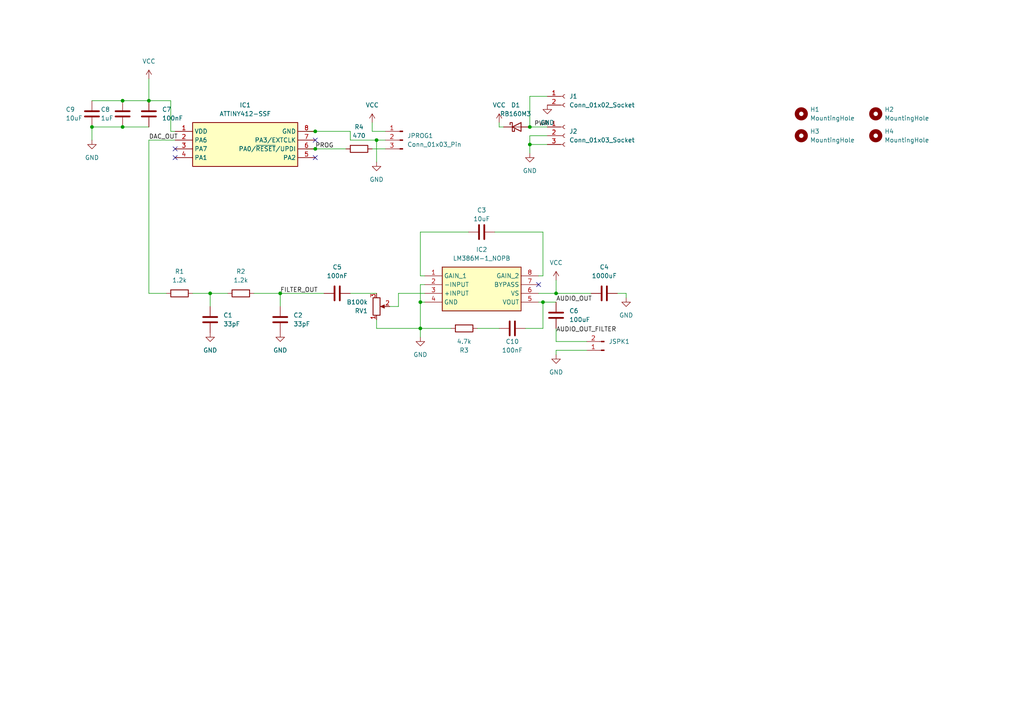
<source format=kicad_sch>
(kicad_sch (version 20230121) (generator eeschema)
  (paper "A4")
  (lib_symbols
    (symbol "ATTINY412-SSF:ATTINY412-SSF"
      (property "Reference" "IC" (at 36.83 7.62 0))
      (property "Value" "ATTINY412-SSF" (at 36.83 5.08 0))
      (symbol "ATTINY412-SSF_1_1"
        (rectangle (start 5.08 2.54) (end 35.56 -10.16) (stroke (width 0.254)) (fill (type background)))
        (pin passive line (at 0 0 0) (length 5.08) (name "VDD") (number "1"))
        (pin passive line (at 0 -2.54 0) (length 5.08) (name "PA6") (number "2"))
        (pin passive line (at 0 -5.08 0) (length 5.08) (name "PA7") (number "3"))
        (pin passive line (at 0 -7.62 0) (length 5.08) (name "PA1") (number "4"))
        (pin passive line (at 40.64 -7.62 180) (length 5.08) (name "PA2") (number "5"))
        (pin passive line (at 40.64 -5.08 180) (length 5.08) (name "PA0/~{RESET}/UPDI") (number "6"))
        (pin passive line (at 40.64 -2.54 180) (length 5.08) (name "PA3/EXTCLK") (number "7"))
        (pin passive line (at 40.64 0 180) (length 5.08) (name "GND") (number "8"))
      )
    )
    (symbol "Connector:Conn_01x02_Pin" (pin_names (offset 1.016) hide)
      (property "Reference" "J" (at 0 2.54 0))
      (property "Value" "Conn_01x02_Pin" (at 0 -5.08 0))
      (symbol "Conn_01x02_Pin_1_1"
        (polyline (pts (xy 1.27 -2.54) (xy 0.8636 -2.54)) (stroke (width 0.1524)))
        (polyline (pts (xy 1.27 0) (xy 0.8636 0)) (stroke (width 0.1524)))
        (rectangle (start 0.8636 -2.413) (end 0 -2.667) (stroke (width 0.1524)) (fill (type outline)))
        (rectangle (start 0.8636 0.127) (end 0 -0.127) (stroke (width 0.1524)) (fill (type outline)))
        (pin passive line (at 5.08 0 180) (length 3.81) (name "Pin_1") (number "1"))
        (pin passive line (at 5.08 -2.54 180) (length 3.81) (name "Pin_2") (number "2"))
      )
    )
    (symbol "Connector:Conn_01x02_Socket" (pin_names (offset 1.016) hide)
      (property "Reference" "J" (at 0 2.54 0))
      (property "Value" "Conn_01x02_Socket" (at 0 -5.08 0))
      (symbol "Conn_01x02_Socket_1_1"
        (arc (start 0 -2.032) (mid -0.5058 -2.54) (end 0 -3.048) (stroke (width 0.1524)))
        (polyline (pts (xy -1.27 -2.54) (xy -0.508 -2.54)) (stroke (width 0.1524)))
        (polyline (pts (xy -1.27 0) (xy -0.508 0)) (stroke (width 0.1524)))
        (arc (start 0 0.508) (mid -0.5058 0) (end 0 -0.508) (stroke (width 0.1524)))
        (pin passive line (at -5.08 0 0) (length 3.81) (name "Pin_1") (number "1"))
        (pin passive line (at -5.08 -2.54 0) (length 3.81) (name "Pin_2") (number "2"))
      )
    )
    (symbol "Connector:Conn_01x03_Pin" (pin_names (offset 1.016) hide)
      (property "Reference" "J" (at 0 5.08 0))
      (property "Value" "Conn_01x03_Pin" (at 0 -5.08 0))
      (symbol "Conn_01x03_Pin_1_1"
        (polyline (pts (xy 1.27 -2.54) (xy 0.8636 -2.54)) (stroke (width 0.1524)))
        (polyline (pts (xy 1.27 0) (xy 0.8636 0)) (stroke (width 0.1524)))
        (polyline (pts (xy 1.27 2.54) (xy 0.8636 2.54)) (stroke (width 0.1524)))
        (rectangle (start 0.8636 -2.413) (end 0 -2.667) (stroke (width 0.1524)) (fill (type outline)))
        (rectangle (start 0.8636 0.127) (end 0 -0.127) (stroke (width 0.1524)) (fill (type outline)))
        (rectangle (start 0.8636 2.667) (end 0 2.413) (stroke (width 0.1524)) (fill (type outline)))
        (pin passive line (at 5.08 2.54 180) (length 3.81) (name "Pin_1") (number "1"))
        (pin passive line (at 5.08 0 180) (length 3.81) (name "Pin_2") (number "2"))
        (pin passive line (at 5.08 -2.54 180) (length 3.81) (name "Pin_3") (number "3"))
      )
    )
    (symbol "Connector:Conn_01x03_Socket" (pin_names (offset 1.016) hide)
      (property "Reference" "J" (at 0 5.08 0))
      (property "Value" "Conn_01x03_Socket" (at 0 -5.08 0))
      (symbol "Conn_01x03_Socket_1_1"
        (arc (start 0 -2.032) (mid -0.5058 -2.54) (end 0 -3.048) (stroke (width 0.1524)))
        (polyline (pts (xy -1.27 -2.54) (xy -0.508 -2.54)) (stroke (width 0.1524)))
        (polyline (pts (xy -1.27 0) (xy -0.508 0)) (stroke (width 0.1524)))
        (polyline (pts (xy -1.27 2.54) (xy -0.508 2.54)) (stroke (width 0.1524)))
        (arc (start 0 0.508) (mid -0.5058 0) (end 0 -0.508) (stroke (width 0.1524)))
        (arc (start 0 3.048) (mid -0.5058 2.54) (end 0 2.032) (stroke (width 0.1524)))
        (pin passive line (at -5.08 2.54 0) (length 3.81) (name "Pin_1") (number "1"))
        (pin passive line (at -5.08 0 0) (length 3.81) (name "Pin_2") (number "2"))
        (pin passive line (at -5.08 -2.54 0) (length 3.81) (name "Pin_3") (number "3"))
      )
    )
    (symbol "Device:C" (pin_numbers hide) (pin_names (offset 0.254))
      (property "Reference" "C" (at 0.635 2.54 0))
      (property "Value" "C" (at 0.635 -2.54 0))
      (symbol "C_0_1"
        (polyline (pts (xy -2.032 -0.762) (xy 2.032 -0.762)) (stroke (width 0.508)))
        (polyline (pts (xy -2.032 0.762) (xy 2.032 0.762)) (stroke (width 0.508)))
      )
      (symbol "C_1_1"
        (pin passive line (at 0 3.81 270) (length 2.794) (name "~") (number "1"))
        (pin passive line (at 0 -3.81 90) (length 2.794) (name "~") (number "2"))
      )
    )
    (symbol "Device:D_Schottky" (pin_numbers hide) (pin_names (offset 1.016) hide)
      (property "Reference" "D" (at 0 2.54 0))
      (property "Value" "D_Schottky" (at 0 -2.54 0))
      (symbol "D_Schottky_0_1"
        (polyline (pts (xy 1.27 0) (xy -1.27 0)))
        (polyline (pts (xy 1.27 1.27) (xy 1.27 -1.27) (xy -1.27 0) (xy 1.27 1.27)) (stroke (width 0.254)))
        (polyline (pts (xy -1.905 0.635) (xy -1.905 1.27) (xy -1.27 1.27) (xy -1.27 -1.27) (xy -0.635 -1.27) (xy -0.635 -0.635)) (stroke (width 0.254)))
      )
      (symbol "D_Schottky_1_1"
        (pin passive line (at -3.81 0 0) (length 2.54) (name "K") (number "1"))
        (pin passive line (at 3.81 0 180) (length 2.54) (name "A") (number "2"))
      )
    )
    (symbol "Device:R" (pin_numbers hide) (pin_names (offset 0))
      (property "Reference" "R" (at 2.032 0 90))
      (property "Value" "R" (at 0 0 90))
      (symbol "R_0_1"
        (rectangle (start -1.016 -2.54) (end 1.016 2.54) (stroke (width 0.254)))
      )
      (symbol "R_1_1"
        (pin passive line (at 0 3.81 270) (length 1.27) (name "~") (number "1"))
        (pin passive line (at 0 -3.81 90) (length 1.27) (name "~") (number "2"))
      )
    )
    (symbol "Device:R_Potentiometer" (pin_names (offset 1.016) hide)
      (property "Reference" "RV" (at -4.445 0 90))
      (property "Value" "R_Potentiometer" (at -2.54 0 90))
      (symbol "R_Potentiometer_0_1"
        (polyline (pts (xy 2.54 0) (xy 1.524 0)))
        (polyline (pts (xy 1.143 0) (xy 2.286 0.508) (xy 2.286 -0.508) (xy 1.143 0)) (fill (type outline)))
        (rectangle (start 1.016 2.54) (end -1.016 -2.54) (stroke (width 0.254)))
      )
      (symbol "R_Potentiometer_1_1"
        (pin passive line (at 0 3.81 270) (length 1.27) (name "1") (number "1"))
        (pin passive line (at 3.81 0 180) (length 1.27) (name "2") (number "2"))
        (pin passive line (at 0 -3.81 90) (length 1.27) (name "3") (number "3"))
      )
    )
    (symbol "LM386M-1_NOPB:LM386M-1_NOPB"
      (property "Reference" "IC" (at 29.21 7.62 0))
      (property "Value" "LM386M-1_NOPB" (at 29.21 5.08 0))
      (symbol "LM386M-1_NOPB_1_1"
        (rectangle (start 5.08 2.54) (end 27.94 -10.16) (stroke (width 0.254)) (fill (type background)))
        (pin passive line (at 0 0 0) (length 5.08) (name "GAIN_1") (number "1"))
        (pin passive line (at 0 -2.54 0) (length 5.08) (name "-INPUT") (number "2"))
        (pin passive line (at 0 -5.08 0) (length 5.08) (name "+INPUT") (number "3"))
        (pin passive line (at 0 -7.62 0) (length 5.08) (name "GND") (number "4"))
        (pin passive line (at 33.02 -7.62 180) (length 5.08) (name "VOUT") (number "5"))
        (pin passive line (at 33.02 -5.08 180) (length 5.08) (name "VS") (number "6"))
        (pin passive line (at 33.02 -2.54 180) (length 5.08) (name "BYPASS") (number "7"))
        (pin passive line (at 33.02 0 180) (length 5.08) (name "GAIN_2") (number "8"))
      )
    )
    (symbol "Mechanical:MountingHole" (pin_names (offset 1.016))
      (property "Reference" "H" (at 0 5.08 0))
      (property "Value" "MountingHole" (at 0 3.175 0))
      (symbol "MountingHole_0_1"
        (circle (center 0 0) (radius 1.27) (stroke (width 1.27)))
      )
    )
    (symbol "power:GND" (power) (pin_names (offset 0))
      (property "Value" "GND" (at 0 -3.81 0))
      (symbol "GND_0_1"
        (polyline (pts (xy 0 0) (xy 0 -1.27) (xy 1.27 -1.27) (xy 0 -2.54) (xy -1.27 -1.27) (xy 0 -1.27)))
      )
      (symbol "GND_1_1"
        (pin power_in line (at 0 0 270) (length 0) hide (name "GND") (number "1"))
      )
    )
    (symbol "power:VCC" (power) (pin_names (offset 0))
      (property "Value" "VCC" (at 0 3.81 0))
      (symbol "VCC_0_1"
        (polyline (pts (xy -0.762 1.27) (xy 0 2.54)))
        (polyline (pts (xy 0 0) (xy 0 2.54)))
        (polyline (pts (xy 0 2.54) (xy 0.762 1.27)))
      )
      (symbol "VCC_1_1"
        (pin power_in line (at 0 0 90) (length 0) hide (name "VCC") (number "1"))
      )
    )
  )
  (junction (at 91.44 38.1))
  (junction (at 60.96 85.09))
  (junction (at 81.28 85.09))
  (junction (at 26.67 36.83))
  (junction (at 153.67 41.91))
  (junction (at 153.67 36.83))
  (junction (at 157.48 87.63))
  (junction (at 121.92 87.63))
  (junction (at 43.18 29.21))
  (junction (at 35.56 29.21))
  (junction (at 161.29 85.09))
  (junction (at 91.44 43.18))
  (junction (at 35.56 36.83))
  (junction (at 121.92 95.25))
  (junction (at 109.22 40.64))
  (no_connect (at 91.44 45.72))
  (no_connect (at 50.8 43.18))
  (no_connect (at 156.21 82.55))
  (no_connect (at 50.8 45.72))
  (no_connect (at 91.44 40.64))
  (wire (pts (xy 161.29 95.25) (xy 161.29 99.06)))
  (wire (pts (xy 43.18 40.64) (xy 43.18 85.09)))
  (wire (pts (xy 109.22 40.64) (xy 111.76 40.64)))
  (wire (pts (xy 157.48 80.01) (xy 156.21 80.01)))
  (wire (pts (xy 135.89 67.31) (xy 121.92 67.31)))
  (wire (pts (xy 153.67 36.83) (xy 153.67 27.94)))
  (wire (pts (xy 109.22 92.71) (xy 109.22 95.25)))
  (wire (pts (xy 43.18 29.21) (xy 49.53 29.21)))
  (wire (pts (xy 35.56 29.21) (xy 43.18 29.21)))
  (wire (pts (xy 153.67 27.94) (xy 158.75 27.94)))
  (wire (pts (xy 43.18 85.09) (xy 48.26 85.09)))
  (wire (pts (xy 161.29 81.28) (xy 161.29 85.09)))
  (wire (pts (xy 101.6 40.64) (xy 109.22 40.64)))
  (wire (pts (xy 107.95 35.56) (xy 107.95 38.1)))
  (wire (pts (xy 123.19 87.63) (xy 121.92 87.63)))
  (wire (pts (xy 121.92 80.01) (xy 123.19 80.01)))
  (wire (pts (xy 161.29 102.87) (xy 161.29 101.6)))
  (wire (pts (xy 115.57 88.9) (xy 115.57 85.09)))
  (wire (pts (xy 161.29 87.63) (xy 157.48 87.63)))
  (wire (pts (xy 35.56 36.83) (xy 43.18 36.83)))
  (wire (pts (xy 157.48 87.63) (xy 156.21 87.63)))
  (wire (pts (xy 111.76 38.1) (xy 107.95 38.1)))
  (wire (pts (xy 158.75 39.37) (xy 153.67 39.37)))
  (wire (pts (xy 121.92 87.63) (xy 121.92 95.25)))
  (wire (pts (xy 152.4 95.25) (xy 157.48 95.25)))
  (wire (pts (xy 60.96 85.09) (xy 60.96 88.9)))
  (wire (pts (xy 109.22 95.25) (xy 121.92 95.25)))
  (wire (pts (xy 161.29 99.06) (xy 170.18 99.06)))
  (wire (pts (xy 161.29 85.09) (xy 156.21 85.09)))
  (wire (pts (xy 101.6 85.09) (xy 109.22 85.09)))
  (wire (pts (xy 153.67 39.37) (xy 153.67 41.91)))
  (wire (pts (xy 107.95 43.18) (xy 111.76 43.18)))
  (wire (pts (xy 157.48 95.25) (xy 157.48 87.63)))
  (wire (pts (xy 60.96 85.09) (xy 66.04 85.09)))
  (wire (pts (xy 49.53 38.1) (xy 50.8 38.1)))
  (wire (pts (xy 88.9 38.1) (xy 91.44 38.1)))
  (wire (pts (xy 153.67 36.83) (xy 158.75 36.83)))
  (wire (pts (xy 121.92 95.25) (xy 121.92 97.79)))
  (wire (pts (xy 157.48 67.31) (xy 143.51 67.31)))
  (wire (pts (xy 179.07 85.09) (xy 181.61 85.09)))
  (wire (pts (xy 81.28 85.09) (xy 81.28 88.9)))
  (wire (pts (xy 101.6 38.1) (xy 101.6 40.64)))
  (wire (pts (xy 43.18 22.86) (xy 43.18 29.21)))
  (wire (pts (xy 115.57 85.09) (xy 123.19 85.09)))
  (wire (pts (xy 181.61 85.09) (xy 181.61 86.36)))
  (wire (pts (xy 49.53 38.1) (xy 49.53 29.21)))
  (wire (pts (xy 138.43 95.25) (xy 144.78 95.25)))
  (wire (pts (xy 123.19 82.55) (xy 121.92 82.55)))
  (wire (pts (xy 121.92 95.25) (xy 130.81 95.25)))
  (wire (pts (xy 144.78 36.83) (xy 144.78 35.56)))
  (wire (pts (xy 55.88 85.09) (xy 60.96 85.09)))
  (wire (pts (xy 153.67 41.91) (xy 158.75 41.91)))
  (wire (pts (xy 73.66 85.09) (xy 81.28 85.09)))
  (wire (pts (xy 91.44 43.18) (xy 100.33 43.18)))
  (wire (pts (xy 153.67 41.91) (xy 153.67 44.45)))
  (wire (pts (xy 109.22 40.64) (xy 109.22 46.99)))
  (wire (pts (xy 26.67 29.21) (xy 35.56 29.21)))
  (wire (pts (xy 146.05 36.83) (xy 144.78 36.83)))
  (wire (pts (xy 88.9 43.18) (xy 91.44 43.18)))
  (wire (pts (xy 161.29 101.6) (xy 170.18 101.6)))
  (wire (pts (xy 91.44 38.1) (xy 101.6 38.1)))
  (wire (pts (xy 26.67 36.83) (xy 26.67 40.64)))
  (wire (pts (xy 43.18 40.64) (xy 50.8 40.64)))
  (wire (pts (xy 113.03 88.9) (xy 115.57 88.9)))
  (wire (pts (xy 121.92 67.31) (xy 121.92 80.01)))
  (wire (pts (xy 26.67 36.83) (xy 35.56 36.83)))
  (wire (pts (xy 161.29 85.09) (xy 171.45 85.09)))
  (wire (pts (xy 121.92 82.55) (xy 121.92 87.63)))
  (wire (pts (xy 81.28 85.09) (xy 93.98 85.09)))
  (wire (pts (xy 157.48 80.01) (xy 157.48 67.31)))
  (label "PWR" (at 154.94 36.83 0))
  (label "AUDIO_OUT" (at 161.29 87.63 0))
  (label "FILTER_OUT" (at 81.28 85.09 0))
  (label "PROG" (at 91.44 43.18 0))
  (label "AUDIO_OUT_FILTER" (at 161.29 96.52 0))
  (label "DAC_OUT" (at 43.18 40.64 0))
  (symbol (lib_id "Connector:Conn_01x02_Socket") (at 163.83 27.94 0) (unit 1)
    (property "Reference" "J1" (at 165.1 27.94 0) (effects (justify left)))
    (property "Value" "Conn_01x02_Socket" (at 165.1 30.48 0) (effects (justify left)))
    (property "Footprint" "Connector_TE-Connectivity:TE_826576-2_1x02_P3.96mm_Vertical" (effects hide))
  )
  (symbol (lib_id "Device:C") (at 148.59 95.25 90) (unit 1)
    (property "Reference" "C10" (at 148.59 99.06 90))
    (property "Value" "100nF" (at 148.59 101.6 90))
    (property "Footprint" "Capacitor_SMD:C_0805_2012Metric_Pad1.18x1.45mm_HandSolder" (effects hide))
  )
  (symbol (lib_id "Device:C") (at 175.26 85.09 90) (unit 1)
    (property "Reference" "C4" (at 175.26 77.47 90))
    (property "Value" "1000uF" (at 175.26 80.01 90))
    (property "Footprint" "Capacitor_SMD:CP_Elec_8x10.5" (effects hide))
  )
  (symbol (lib_id "Device:C") (at 97.79 85.09 90) (unit 1)
    (property "Reference" "C5" (at 97.79 77.47 90))
    (property "Value" "100nF" (at 97.79 80.01 90))
    (property "Footprint" "Capacitor_SMD:C_0805_2012Metric_Pad1.18x1.45mm_HandSolder" (effects hide))
  )
  (symbol (lib_id "power:VCC") (at 161.29 81.28 0) (unit 1)
    (property "Reference" "#PWR07" (effects hide))
    (property "Value" "VCC" (at 161.29 76.2 0))
  )
  (symbol (lib_id "Device:R") (at 134.62 95.25 270) (mirror x) (unit 1)
    (property "Reference" "R3" (at 134.62 101.6 90))
    (property "Value" "4.7k" (at 134.62 99.06 90))
    (property "Footprint" "Resistor_SMD:R_0805_2012Metric_Pad1.20x1.40mm_HandSolder" (effects hide))
  )
  (symbol (lib_id "Connector:Conn_01x03_Socket") (at 163.83 39.37 0) (unit 1)
    (property "Reference" "J2" (at 165.1 38.1 0) (effects (justify left)))
    (property "Value" "Conn_01x03_Socket" (at 165.1 40.64 0) (effects (justify left)))
    (property "Footprint" "Connector_BarrelJack:BarrelJack_Horizontal" (effects hide))
  )
  (symbol (lib_id "power:GND") (at 81.28 96.52 0) (unit 1)
    (property "Reference" "#PWR06" (effects hide))
    (property "Value" "GND" (at 81.28 101.6 0))
  )
  (symbol (lib_id "power:VCC") (at 107.95 35.56 0) (unit 1)
    (property "Reference" "#PWR03" (effects hide))
    (property "Value" "VCC" (at 107.95 30.48 0))
  )
  (symbol (lib_id "Mechanical:MountingHole") (at 232.41 39.37 0) (unit 1)
    (property "Reference" "H3" (at 234.95 38.1 0) (effects (justify left)))
    (property "Value" "MountingHole" (at 234.95 40.64 0) (effects (justify left)))
    (property "Footprint" "MountingHole:MountingHole_3.2mm_M3" (effects hide))
  )
  (symbol (lib_id "Device:C") (at 161.29 91.44 0) (unit 1)
    (property "Reference" "C6" (at 165.1 90.17 0) (effects (justify left)))
    (property "Value" "100uF" (at 165.1 92.71 0) (effects (justify left)))
    (property "Footprint" "Capacitor_SMD:CP_Elec_8x10.5" (effects hide))
  )
  (symbol (lib_id "power:VCC") (at 144.78 35.56 0) (unit 1)
    (property "Reference" "#PWR011" (effects hide))
    (property "Value" "VCC" (at 144.78 30.48 0))
  )
  (symbol (lib_id "LM386M-1_NOPB:LM386M-1_NOPB") (at 123.19 80.01 0) (unit 1)
    (property "Reference" "IC2" (at 139.7 72.39 0))
    (property "Value" "LM386M-1_NOPB" (at 139.7 74.93 0))
    (property "Footprint" "SOIC127P600X175-8N" (effects hide))
    (property "Datasheet" "https://datasheet.datasheetarchive.com/originals/distributors/Datasheets-SFU2/DSASFU100035547.pdf" (effects hide))
    (property "Height" "1.75" (effects hide))
    (property "Manufacturer_Name" "Texas Instruments" (effects hide))
    (property "Manufacturer_Part_Number" "LM386M-1/NOPB" (effects hide))
    (property "Mouser Part Number" "926-LM386M-1/NOPB" (effects hide))
    (property "Mouser Price/Stock" "https://www.mouser.co.uk/ProductDetail/Texas-Instruments/LM386M-1-NOPB?qs=QbsRYf82W3GaJvrwUmrW3g%3D%3D" (effects hide))
    (property "Arrow Part Number" "LM386M-1/NOPB" (effects hide))
    (property "Arrow Price/Stock" "https://www.arrow.com/en/products/lm386m-1nopb/texas-instruments?region=nac" (effects hide))
  )
  (symbol (lib_id "power:GND") (at 60.96 96.52 0) (unit 1)
    (property "Reference" "#PWR05" (effects hide))
    (property "Value" "GND" (at 60.96 101.6 0))
  )
  (symbol (lib_id "power:GND") (at 161.29 102.87 0) (unit 1)
    (property "Reference" "#PWR010" (effects hide))
    (property "Value" "GND" (at 161.29 107.95 0))
  )
  (symbol (lib_id "power:GND") (at 121.92 97.79 0) (unit 1)
    (property "Reference" "#PWR09" (effects hide))
    (property "Value" "GND" (at 121.92 102.87 0))
  )
  (symbol (lib_id "power:GND") (at 26.67 40.64 0) (unit 1)
    (property "Reference" "#PWR04" (effects hide))
    (property "Value" "GND" (at 26.67 45.72 0))
  )
  (symbol (lib_id "Device:C") (at 60.96 92.71 0) (unit 1)
    (property "Reference" "C1" (at 64.77 91.44 0) (effects (justify left)))
    (property "Value" "33pF" (at 64.77 93.98 0) (effects (justify left)))
    (property "Footprint" "Capacitor_SMD:C_0805_2012Metric_Pad1.18x1.45mm_HandSolder" (effects hide))
  )
  (symbol (lib_id "power:GND") (at 153.67 44.45 0) (unit 1)
    (property "Reference" "#PWR012" (effects hide))
    (property "Value" "GND" (at 153.67 49.53 0))
  )
  (symbol (lib_id "Device:C") (at 26.67 33.02 0) (unit 1)
    (property "Reference" "C9" (at 19.05 31.75 0) (effects (justify left)))
    (property "Value" "10uF" (at 19.05 34.29 0) (effects (justify left)))
    (property "Footprint" "Capacitor_SMD:C_0805_2012Metric_Pad1.18x1.45mm_HandSolder" (effects hide))
  )
  (symbol (lib_id "Device:R_Potentiometer") (at 109.22 88.9 0) (mirror x) (unit 1)
    (property "Reference" "RV1" (at 106.68 90.17 0) (effects (justify right)))
    (property "Value" "B100k" (at 106.68 87.63 0) (effects (justify right)))
    (property "Footprint" "Potentiometer_SMD:Potentiometer_Bourns_3214X_Vertical" (effects hide))
  )
  (symbol (lib_id "Device:R") (at 104.14 43.18 90) (unit 1)
    (property "Reference" "R4" (at 104.14 36.83 90))
    (property "Value" "470" (at 104.14 39.37 90))
    (property "Footprint" "Resistor_SMD:R_0805_2012Metric_Pad1.20x1.40mm_HandSolder" (effects hide))
  )
  (symbol (lib_id "Mechanical:MountingHole") (at 232.41 33.02 0) (unit 1)
    (property "Reference" "H1" (at 234.95 31.75 0) (effects (justify left)))
    (property "Value" "MountingHole" (at 234.95 34.29 0) (effects (justify left)))
    (property "Footprint" "MountingHole:MountingHole_3.2mm_M3" (effects hide))
  )
  (symbol (lib_id "Device:C") (at 81.28 92.71 0) (unit 1)
    (property "Reference" "C2" (at 85.09 91.44 0) (effects (justify left)))
    (property "Value" "33pF" (at 85.09 93.98 0) (effects (justify left)))
    (property "Footprint" "Capacitor_SMD:C_0805_2012Metric_Pad1.18x1.45mm_HandSolder" (effects hide))
  )
  (symbol (lib_id "Device:R") (at 52.07 85.09 90) (unit 1)
    (property "Reference" "R1" (at 52.07 78.74 90))
    (property "Value" "1.2k" (at 52.07 81.28 90))
    (property "Footprint" "Resistor_SMD:R_0805_2012Metric_Pad1.20x1.40mm_HandSolder" (effects hide))
  )
  (symbol (lib_id "ATTINY412-SSF:ATTINY412-SSF") (at 50.8 38.1 0) (unit 1)
    (property "Reference" "IC1" (at 71.12 30.48 0))
    (property "Value" "ATTINY412-SSF" (at 71.12 33.02 0))
    (property "Footprint" "SOIC127P600X175-8N" (effects hide))
    (property "Datasheet" "https://componentsearchengine.com/Datasheets/1/ATTINY412-SSF.pdf" (effects hide))
    (property "Height" "1.75" (effects hide))
    (property "Manufacturer_Name" "Microchip" (effects hide))
    (property "Manufacturer_Part_Number" "ATTINY412-SSF" (effects hide))
    (property "Mouser Part Number" "579-ATTINY412-SSF" (effects hide))
    (property "Mouser Price/Stock" "https://www.mouser.co.uk/ProductDetail/Microchip-Technology/ATTINY412-SSF?qs=3HJ2avRr9PLjr%252BAvU6bmFQ%3D%3D" (effects hide))
    (property "Arrow Part Number" "ATTINY412-SSF" (effects hide))
    (property "Arrow Price/Stock" "https://www.arrow.com/en/products/attiny412-ssf/microchip-technology?region=nac" (effects hide))
  )
  (symbol (lib_id "Device:C") (at 139.7 67.31 90) (unit 1)
    (property "Reference" "C3" (at 139.7 60.96 90))
    (property "Value" "10uF" (at 139.7 63.5 90))
    (property "Footprint" "Capacitor_SMD:C_0805_2012Metric_Pad1.18x1.45mm_HandSolder" (effects hide))
  )
  (symbol (lib_id "Device:C") (at 43.18 33.02 0) (unit 1)
    (property "Reference" "C7" (at 46.99 31.75 0) (effects (justify left)))
    (property "Value" "100nF" (at 46.99 34.29 0) (effects (justify left)))
    (property "Footprint" "Capacitor_SMD:C_0805_2012Metric_Pad1.18x1.45mm_HandSolder" (effects hide))
  )
  (symbol (lib_id "Connector:Conn_01x02_Pin") (at 175.26 101.6 180) (unit 1)
    (property "Reference" "JSPK1" (at 176.53 99.06 0) (effects (justify right)))
    (property "Value" "Connector_PinHeader_2.54mm:PinHeader_1x02_P2.54mm_Vertical" (effects hide))
    (property "Footprint" "Connector_PinHeader_2.54mm:PinHeader_1x02_P2.54mm_Vertical" (effects hide))
  )
  (symbol (lib_id "Device:D_Schottky") (at 149.86 36.83 0) (unit 1)
    (property "Reference" "D1" (at 149.5425 30.48 0))
    (property "Value" "RB160M3" (at 149.5425 33.02 0))
    (property "Footprint" "Diode_SMD:D_SOD-123" (effects hide))
  )
  (symbol (lib_id "Device:R") (at 69.85 85.09 90) (unit 1)
    (property "Reference" "R2" (at 69.85 78.74 90))
    (property "Value" "1.2k" (at 69.85 81.28 90))
    (property "Footprint" "Resistor_SMD:R_0805_2012Metric_Pad1.20x1.40mm_HandSolder" (effects hide))
  )
  (symbol (lib_id "power:VCC") (at 43.18 22.86 0) (unit 1)
    (property "Reference" "#PWR01" (effects hide))
    (property "Value" "VCC" (at 43.18 17.78 0))
  )
  (symbol (lib_id "power:GND") (at 181.61 86.36 0) (unit 1)
    (property "Reference" "#PWR08" (effects hide))
    (property "Value" "GND" (at 181.61 91.44 0))
  )
  (symbol (lib_id "Device:C") (at 35.56 33.02 0) (unit 1)
    (property "Reference" "C8" (at 29.21 31.75 0) (effects (justify left)))
    (property "Value" "1uF" (at 29.21 34.29 0) (effects (justify left)))
    (property "Footprint" "Capacitor_SMD:C_0805_2012Metric_Pad1.18x1.45mm_HandSolder" (effects hide))
  )
  (symbol (lib_id "power:GND") (at 109.22 46.99 0) (unit 1)
    (property "Reference" "#PWR02" (effects hide))
    (property "Value" "GND" (at 109.22 52.07 0))
  )
  (symbol (lib_id "Connector:Conn_01x03_Pin") (at 116.84 40.64 0) (mirror y) (unit 1)
    (property "Reference" "JPROG1" (at 118.11 39.37 0) (effects (justify right)))
    (property "Value" "Conn_01x03_Pin" (at 118.11 41.91 0) (effects (justify right)))
    (property "Footprint" "Connector_PinHeader_2.54mm:PinHeader_1x03_P2.54mm_Vertical" (effects hide))
  )
  (symbol (lib_id "power:GND") (at 158.75 30.48 0) (unit 1)
    (property "Reference" "#PWR013" (effects hide))
    (property "Value" "GND" (at 158.75 35.56 0))
  )
  (symbol (lib_id "Mechanical:MountingHole") (at 254 33.02 0) (unit 1)
    (property "Reference" "H2" (at 256.54 31.75 0) (effects (justify left)))
    (property "Value" "MountingHole" (at 256.54 34.29 0) (effects (justify left)))
    (property "Footprint" "MountingHole:MountingHole_3.2mm_M3" (effects hide))
  )
  (symbol (lib_id "Mechanical:MountingHole") (at 254 39.37 0) (unit 1)
    (property "Reference" "H4" (at 256.54 38.1 0) (effects (justify left)))
    (property "Value" "MountingHole" (at 256.54 40.64 0) (effects (justify left)))
    (property "Footprint" "MountingHole:MountingHole_3.2mm_M3" (effects hide))
  )
)
</source>
